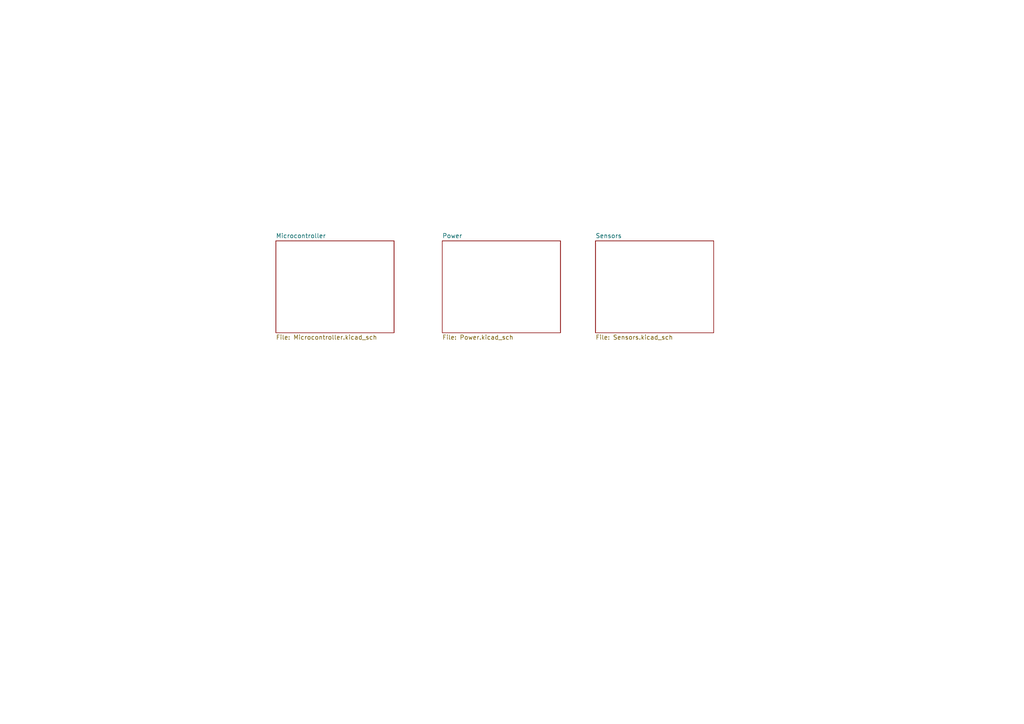
<source format=kicad_sch>
(kicad_sch
	(version 20231120)
	(generator "eeschema")
	(generator_version "8.0")
	(uuid "0813bd8c-34b7-4d98-8a6f-d3ea444f1dbc")
	(paper "A4")
	(lib_symbols)
	(sheet
		(at 172.72 69.85)
		(size 34.29 26.67)
		(fields_autoplaced yes)
		(stroke
			(width 0.1524)
			(type solid)
		)
		(fill
			(color 0 0 0 0.0000)
		)
		(uuid "5703ba8c-9bf7-43c8-8291-c86dc9ff00b9")
		(property "Sheetname" "Sensors"
			(at 172.72 69.1384 0)
			(effects
				(font
					(size 1.27 1.27)
				)
				(justify left bottom)
			)
		)
		(property "Sheetfile" "Sensors.kicad_sch"
			(at 172.72 97.1046 0)
			(effects
				(font
					(size 1.27 1.27)
				)
				(justify left top)
			)
		)
		(instances
			(project "BlueSTM32"
				(path "/0813bd8c-34b7-4d98-8a6f-d3ea444f1dbc"
					(page "4")
				)
			)
		)
	)
	(sheet
		(at 128.27 69.85)
		(size 34.29 26.67)
		(fields_autoplaced yes)
		(stroke
			(width 0.1524)
			(type solid)
		)
		(fill
			(color 0 0 0 0.0000)
		)
		(uuid "a1bafb76-f1b9-48ec-a40a-140a7e5f1021")
		(property "Sheetname" "Power"
			(at 128.27 69.1384 0)
			(effects
				(font
					(size 1.27 1.27)
				)
				(justify left bottom)
			)
		)
		(property "Sheetfile" "Power.kicad_sch"
			(at 128.27 97.1046 0)
			(effects
				(font
					(size 1.27 1.27)
				)
				(justify left top)
			)
		)
		(instances
			(project "BlueSTM32"
				(path "/0813bd8c-34b7-4d98-8a6f-d3ea444f1dbc"
					(page "3")
				)
			)
		)
	)
	(sheet
		(at 80.01 69.85)
		(size 34.29 26.67)
		(fields_autoplaced yes)
		(stroke
			(width 0.1524)
			(type solid)
		)
		(fill
			(color 0 0 0 0.0000)
		)
		(uuid "d60c4563-988a-402c-8446-26bba05170b9")
		(property "Sheetname" "Microcontroller"
			(at 80.01 69.1384 0)
			(effects
				(font
					(size 1.27 1.27)
				)
				(justify left bottom)
			)
		)
		(property "Sheetfile" "Microcontroller.kicad_sch"
			(at 80.01 97.1046 0)
			(effects
				(font
					(size 1.27 1.27)
				)
				(justify left top)
			)
		)
		(instances
			(project "BlueSTM32"
				(path "/0813bd8c-34b7-4d98-8a6f-d3ea444f1dbc"
					(page "2")
				)
			)
		)
	)
	(sheet_instances
		(path "/"
			(page "1")
		)
	)
)

</source>
